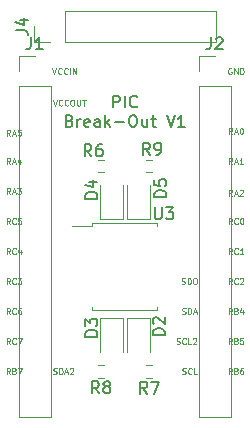
<source format=gbr>
G04 #@! TF.GenerationSoftware,KiCad,Pcbnew,(5.1.10-0-10_14)*
G04 #@! TF.CreationDate,2021-05-24T18:06:32+02:00*
G04 #@! TF.ProjectId,pic-breakout,7069632d-6272-4656-916b-6f75742e6b69,rev?*
G04 #@! TF.SameCoordinates,Original*
G04 #@! TF.FileFunction,Legend,Top*
G04 #@! TF.FilePolarity,Positive*
%FSLAX46Y46*%
G04 Gerber Fmt 4.6, Leading zero omitted, Abs format (unit mm)*
G04 Created by KiCad (PCBNEW (5.1.10-0-10_14)) date 2021-05-24 18:06:32*
%MOMM*%
%LPD*%
G01*
G04 APERTURE LIST*
%ADD10C,0.100000*%
%ADD11C,0.150000*%
%ADD12C,0.120000*%
G04 APERTURE END LIST*
D10*
X196000761Y-141807380D02*
X196072190Y-141831190D01*
X196191238Y-141831190D01*
X196238857Y-141807380D01*
X196262666Y-141783571D01*
X196286476Y-141735952D01*
X196286476Y-141688333D01*
X196262666Y-141640714D01*
X196238857Y-141616904D01*
X196191238Y-141593095D01*
X196096000Y-141569285D01*
X196048380Y-141545476D01*
X196024571Y-141521666D01*
X196000761Y-141474047D01*
X196000761Y-141426428D01*
X196024571Y-141378809D01*
X196048380Y-141355000D01*
X196096000Y-141331190D01*
X196215047Y-141331190D01*
X196286476Y-141355000D01*
X196786476Y-141783571D02*
X196762666Y-141807380D01*
X196691238Y-141831190D01*
X196643619Y-141831190D01*
X196572190Y-141807380D01*
X196524571Y-141759761D01*
X196500761Y-141712142D01*
X196476952Y-141616904D01*
X196476952Y-141545476D01*
X196500761Y-141450238D01*
X196524571Y-141402619D01*
X196572190Y-141355000D01*
X196643619Y-141331190D01*
X196691238Y-141331190D01*
X196762666Y-141355000D01*
X196786476Y-141378809D01*
X197238857Y-141831190D02*
X197000761Y-141831190D01*
X197000761Y-141331190D01*
X200199666Y-141831190D02*
X200033000Y-141593095D01*
X199913952Y-141831190D02*
X199913952Y-141331190D01*
X200104428Y-141331190D01*
X200152047Y-141355000D01*
X200175857Y-141378809D01*
X200199666Y-141426428D01*
X200199666Y-141497857D01*
X200175857Y-141545476D01*
X200152047Y-141569285D01*
X200104428Y-141593095D01*
X199913952Y-141593095D01*
X200580619Y-141569285D02*
X200652047Y-141593095D01*
X200675857Y-141616904D01*
X200699666Y-141664523D01*
X200699666Y-141735952D01*
X200675857Y-141783571D01*
X200652047Y-141807380D01*
X200604428Y-141831190D01*
X200413952Y-141831190D01*
X200413952Y-141331190D01*
X200580619Y-141331190D01*
X200628238Y-141355000D01*
X200652047Y-141378809D01*
X200675857Y-141426428D01*
X200675857Y-141474047D01*
X200652047Y-141521666D01*
X200628238Y-141545476D01*
X200580619Y-141569285D01*
X200413952Y-141569285D01*
X201128238Y-141331190D02*
X201033000Y-141331190D01*
X200985380Y-141355000D01*
X200961571Y-141378809D01*
X200913952Y-141450238D01*
X200890142Y-141545476D01*
X200890142Y-141735952D01*
X200913952Y-141783571D01*
X200937761Y-141807380D01*
X200985380Y-141831190D01*
X201080619Y-141831190D01*
X201128238Y-141807380D01*
X201152047Y-141783571D01*
X201175857Y-141735952D01*
X201175857Y-141616904D01*
X201152047Y-141569285D01*
X201128238Y-141545476D01*
X201080619Y-141521666D01*
X200985380Y-141521666D01*
X200937761Y-141545476D01*
X200913952Y-141569285D01*
X200890142Y-141616904D01*
X195508666Y-139267380D02*
X195580095Y-139291190D01*
X195699142Y-139291190D01*
X195746761Y-139267380D01*
X195770571Y-139243571D01*
X195794380Y-139195952D01*
X195794380Y-139148333D01*
X195770571Y-139100714D01*
X195746761Y-139076904D01*
X195699142Y-139053095D01*
X195603904Y-139029285D01*
X195556285Y-139005476D01*
X195532476Y-138981666D01*
X195508666Y-138934047D01*
X195508666Y-138886428D01*
X195532476Y-138838809D01*
X195556285Y-138815000D01*
X195603904Y-138791190D01*
X195722952Y-138791190D01*
X195794380Y-138815000D01*
X196294380Y-139243571D02*
X196270571Y-139267380D01*
X196199142Y-139291190D01*
X196151523Y-139291190D01*
X196080095Y-139267380D01*
X196032476Y-139219761D01*
X196008666Y-139172142D01*
X195984857Y-139076904D01*
X195984857Y-139005476D01*
X196008666Y-138910238D01*
X196032476Y-138862619D01*
X196080095Y-138815000D01*
X196151523Y-138791190D01*
X196199142Y-138791190D01*
X196270571Y-138815000D01*
X196294380Y-138838809D01*
X196746761Y-139291190D02*
X196508666Y-139291190D01*
X196508666Y-138791190D01*
X196889619Y-138838809D02*
X196913428Y-138815000D01*
X196961047Y-138791190D01*
X197080095Y-138791190D01*
X197127714Y-138815000D01*
X197151523Y-138838809D01*
X197175333Y-138886428D01*
X197175333Y-138934047D01*
X197151523Y-139005476D01*
X196865809Y-139291190D01*
X197175333Y-139291190D01*
X200199666Y-139291190D02*
X200033000Y-139053095D01*
X199913952Y-139291190D02*
X199913952Y-138791190D01*
X200104428Y-138791190D01*
X200152047Y-138815000D01*
X200175857Y-138838809D01*
X200199666Y-138886428D01*
X200199666Y-138957857D01*
X200175857Y-139005476D01*
X200152047Y-139029285D01*
X200104428Y-139053095D01*
X199913952Y-139053095D01*
X200580619Y-139029285D02*
X200652047Y-139053095D01*
X200675857Y-139076904D01*
X200699666Y-139124523D01*
X200699666Y-139195952D01*
X200675857Y-139243571D01*
X200652047Y-139267380D01*
X200604428Y-139291190D01*
X200413952Y-139291190D01*
X200413952Y-138791190D01*
X200580619Y-138791190D01*
X200628238Y-138815000D01*
X200652047Y-138838809D01*
X200675857Y-138886428D01*
X200675857Y-138934047D01*
X200652047Y-138981666D01*
X200628238Y-139005476D01*
X200580619Y-139029285D01*
X200413952Y-139029285D01*
X201152047Y-138791190D02*
X200913952Y-138791190D01*
X200890142Y-139029285D01*
X200913952Y-139005476D01*
X200961571Y-138981666D01*
X201080619Y-138981666D01*
X201128238Y-139005476D01*
X201152047Y-139029285D01*
X201175857Y-139076904D01*
X201175857Y-139195952D01*
X201152047Y-139243571D01*
X201128238Y-139267380D01*
X201080619Y-139291190D01*
X200961571Y-139291190D01*
X200913952Y-139267380D01*
X200890142Y-139243571D01*
X195988857Y-136727380D02*
X196060285Y-136751190D01*
X196179333Y-136751190D01*
X196226952Y-136727380D01*
X196250761Y-136703571D01*
X196274571Y-136655952D01*
X196274571Y-136608333D01*
X196250761Y-136560714D01*
X196226952Y-136536904D01*
X196179333Y-136513095D01*
X196084095Y-136489285D01*
X196036476Y-136465476D01*
X196012666Y-136441666D01*
X195988857Y-136394047D01*
X195988857Y-136346428D01*
X196012666Y-136298809D01*
X196036476Y-136275000D01*
X196084095Y-136251190D01*
X196203142Y-136251190D01*
X196274571Y-136275000D01*
X196488857Y-136751190D02*
X196488857Y-136251190D01*
X196607904Y-136251190D01*
X196679333Y-136275000D01*
X196726952Y-136322619D01*
X196750761Y-136370238D01*
X196774571Y-136465476D01*
X196774571Y-136536904D01*
X196750761Y-136632142D01*
X196726952Y-136679761D01*
X196679333Y-136727380D01*
X196607904Y-136751190D01*
X196488857Y-136751190D01*
X196965047Y-136608333D02*
X197203142Y-136608333D01*
X196917428Y-136751190D02*
X197084095Y-136251190D01*
X197250761Y-136751190D01*
X200199666Y-136751190D02*
X200033000Y-136513095D01*
X199913952Y-136751190D02*
X199913952Y-136251190D01*
X200104428Y-136251190D01*
X200152047Y-136275000D01*
X200175857Y-136298809D01*
X200199666Y-136346428D01*
X200199666Y-136417857D01*
X200175857Y-136465476D01*
X200152047Y-136489285D01*
X200104428Y-136513095D01*
X199913952Y-136513095D01*
X200580619Y-136489285D02*
X200652047Y-136513095D01*
X200675857Y-136536904D01*
X200699666Y-136584523D01*
X200699666Y-136655952D01*
X200675857Y-136703571D01*
X200652047Y-136727380D01*
X200604428Y-136751190D01*
X200413952Y-136751190D01*
X200413952Y-136251190D01*
X200580619Y-136251190D01*
X200628238Y-136275000D01*
X200652047Y-136298809D01*
X200675857Y-136346428D01*
X200675857Y-136394047D01*
X200652047Y-136441666D01*
X200628238Y-136465476D01*
X200580619Y-136489285D01*
X200413952Y-136489285D01*
X201128238Y-136417857D02*
X201128238Y-136751190D01*
X201009190Y-136227380D02*
X200890142Y-136584523D01*
X201199666Y-136584523D01*
X195941238Y-134187380D02*
X196012666Y-134211190D01*
X196131714Y-134211190D01*
X196179333Y-134187380D01*
X196203142Y-134163571D01*
X196226952Y-134115952D01*
X196226952Y-134068333D01*
X196203142Y-134020714D01*
X196179333Y-133996904D01*
X196131714Y-133973095D01*
X196036476Y-133949285D01*
X195988857Y-133925476D01*
X195965047Y-133901666D01*
X195941238Y-133854047D01*
X195941238Y-133806428D01*
X195965047Y-133758809D01*
X195988857Y-133735000D01*
X196036476Y-133711190D01*
X196155523Y-133711190D01*
X196226952Y-133735000D01*
X196441238Y-134211190D02*
X196441238Y-133711190D01*
X196560285Y-133711190D01*
X196631714Y-133735000D01*
X196679333Y-133782619D01*
X196703142Y-133830238D01*
X196726952Y-133925476D01*
X196726952Y-133996904D01*
X196703142Y-134092142D01*
X196679333Y-134139761D01*
X196631714Y-134187380D01*
X196560285Y-134211190D01*
X196441238Y-134211190D01*
X197036476Y-133711190D02*
X197131714Y-133711190D01*
X197179333Y-133735000D01*
X197226952Y-133782619D01*
X197250761Y-133877857D01*
X197250761Y-134044523D01*
X197226952Y-134139761D01*
X197179333Y-134187380D01*
X197131714Y-134211190D01*
X197036476Y-134211190D01*
X196988857Y-134187380D01*
X196941238Y-134139761D01*
X196917428Y-134044523D01*
X196917428Y-133877857D01*
X196941238Y-133782619D01*
X196988857Y-133735000D01*
X197036476Y-133711190D01*
X200199666Y-134211190D02*
X200033000Y-133973095D01*
X199913952Y-134211190D02*
X199913952Y-133711190D01*
X200104428Y-133711190D01*
X200152047Y-133735000D01*
X200175857Y-133758809D01*
X200199666Y-133806428D01*
X200199666Y-133877857D01*
X200175857Y-133925476D01*
X200152047Y-133949285D01*
X200104428Y-133973095D01*
X199913952Y-133973095D01*
X200699666Y-134163571D02*
X200675857Y-134187380D01*
X200604428Y-134211190D01*
X200556809Y-134211190D01*
X200485380Y-134187380D01*
X200437761Y-134139761D01*
X200413952Y-134092142D01*
X200390142Y-133996904D01*
X200390142Y-133925476D01*
X200413952Y-133830238D01*
X200437761Y-133782619D01*
X200485380Y-133735000D01*
X200556809Y-133711190D01*
X200604428Y-133711190D01*
X200675857Y-133735000D01*
X200699666Y-133758809D01*
X200890142Y-133758809D02*
X200913952Y-133735000D01*
X200961571Y-133711190D01*
X201080619Y-133711190D01*
X201128238Y-133735000D01*
X201152047Y-133758809D01*
X201175857Y-133806428D01*
X201175857Y-133854047D01*
X201152047Y-133925476D01*
X200866333Y-134211190D01*
X201175857Y-134211190D01*
X200199666Y-131671190D02*
X200033000Y-131433095D01*
X199913952Y-131671190D02*
X199913952Y-131171190D01*
X200104428Y-131171190D01*
X200152047Y-131195000D01*
X200175857Y-131218809D01*
X200199666Y-131266428D01*
X200199666Y-131337857D01*
X200175857Y-131385476D01*
X200152047Y-131409285D01*
X200104428Y-131433095D01*
X199913952Y-131433095D01*
X200699666Y-131623571D02*
X200675857Y-131647380D01*
X200604428Y-131671190D01*
X200556809Y-131671190D01*
X200485380Y-131647380D01*
X200437761Y-131599761D01*
X200413952Y-131552142D01*
X200390142Y-131456904D01*
X200390142Y-131385476D01*
X200413952Y-131290238D01*
X200437761Y-131242619D01*
X200485380Y-131195000D01*
X200556809Y-131171190D01*
X200604428Y-131171190D01*
X200675857Y-131195000D01*
X200699666Y-131218809D01*
X201175857Y-131671190D02*
X200890142Y-131671190D01*
X201033000Y-131671190D02*
X201033000Y-131171190D01*
X200985380Y-131242619D01*
X200937761Y-131290238D01*
X200890142Y-131314047D01*
X200199666Y-129131190D02*
X200033000Y-128893095D01*
X199913952Y-129131190D02*
X199913952Y-128631190D01*
X200104428Y-128631190D01*
X200152047Y-128655000D01*
X200175857Y-128678809D01*
X200199666Y-128726428D01*
X200199666Y-128797857D01*
X200175857Y-128845476D01*
X200152047Y-128869285D01*
X200104428Y-128893095D01*
X199913952Y-128893095D01*
X200699666Y-129083571D02*
X200675857Y-129107380D01*
X200604428Y-129131190D01*
X200556809Y-129131190D01*
X200485380Y-129107380D01*
X200437761Y-129059761D01*
X200413952Y-129012142D01*
X200390142Y-128916904D01*
X200390142Y-128845476D01*
X200413952Y-128750238D01*
X200437761Y-128702619D01*
X200485380Y-128655000D01*
X200556809Y-128631190D01*
X200604428Y-128631190D01*
X200675857Y-128655000D01*
X200699666Y-128678809D01*
X201009190Y-128631190D02*
X201056809Y-128631190D01*
X201104428Y-128655000D01*
X201128238Y-128678809D01*
X201152047Y-128726428D01*
X201175857Y-128821666D01*
X201175857Y-128940714D01*
X201152047Y-129035952D01*
X201128238Y-129083571D01*
X201104428Y-129107380D01*
X201056809Y-129131190D01*
X201009190Y-129131190D01*
X200961571Y-129107380D01*
X200937761Y-129083571D01*
X200913952Y-129035952D01*
X200890142Y-128940714D01*
X200890142Y-128821666D01*
X200913952Y-128726428D01*
X200937761Y-128678809D01*
X200961571Y-128655000D01*
X201009190Y-128631190D01*
X200235380Y-126718190D02*
X200068714Y-126480095D01*
X199949666Y-126718190D02*
X199949666Y-126218190D01*
X200140142Y-126218190D01*
X200187761Y-126242000D01*
X200211571Y-126265809D01*
X200235380Y-126313428D01*
X200235380Y-126384857D01*
X200211571Y-126432476D01*
X200187761Y-126456285D01*
X200140142Y-126480095D01*
X199949666Y-126480095D01*
X200425857Y-126575333D02*
X200663952Y-126575333D01*
X200378238Y-126718190D02*
X200544904Y-126218190D01*
X200711571Y-126718190D01*
X200854428Y-126265809D02*
X200878238Y-126242000D01*
X200925857Y-126218190D01*
X201044904Y-126218190D01*
X201092523Y-126242000D01*
X201116333Y-126265809D01*
X201140142Y-126313428D01*
X201140142Y-126361047D01*
X201116333Y-126432476D01*
X200830619Y-126718190D01*
X201140142Y-126718190D01*
X200235380Y-124051190D02*
X200068714Y-123813095D01*
X199949666Y-124051190D02*
X199949666Y-123551190D01*
X200140142Y-123551190D01*
X200187761Y-123575000D01*
X200211571Y-123598809D01*
X200235380Y-123646428D01*
X200235380Y-123717857D01*
X200211571Y-123765476D01*
X200187761Y-123789285D01*
X200140142Y-123813095D01*
X199949666Y-123813095D01*
X200425857Y-123908333D02*
X200663952Y-123908333D01*
X200378238Y-124051190D02*
X200544904Y-123551190D01*
X200711571Y-124051190D01*
X201140142Y-124051190D02*
X200854428Y-124051190D01*
X200997285Y-124051190D02*
X200997285Y-123551190D01*
X200949666Y-123622619D01*
X200902047Y-123670238D01*
X200854428Y-123694047D01*
X200235380Y-121511190D02*
X200068714Y-121273095D01*
X199949666Y-121511190D02*
X199949666Y-121011190D01*
X200140142Y-121011190D01*
X200187761Y-121035000D01*
X200211571Y-121058809D01*
X200235380Y-121106428D01*
X200235380Y-121177857D01*
X200211571Y-121225476D01*
X200187761Y-121249285D01*
X200140142Y-121273095D01*
X199949666Y-121273095D01*
X200425857Y-121368333D02*
X200663952Y-121368333D01*
X200378238Y-121511190D02*
X200544904Y-121011190D01*
X200711571Y-121511190D01*
X200973476Y-121011190D02*
X201021095Y-121011190D01*
X201068714Y-121035000D01*
X201092523Y-121058809D01*
X201116333Y-121106428D01*
X201140142Y-121201666D01*
X201140142Y-121320714D01*
X201116333Y-121415952D01*
X201092523Y-121463571D01*
X201068714Y-121487380D01*
X201021095Y-121511190D01*
X200973476Y-121511190D01*
X200925857Y-121487380D01*
X200902047Y-121463571D01*
X200878238Y-121415952D01*
X200854428Y-121320714D01*
X200854428Y-121201666D01*
X200878238Y-121106428D01*
X200902047Y-121058809D01*
X200925857Y-121035000D01*
X200973476Y-121011190D01*
X200152047Y-115955000D02*
X200104428Y-115931190D01*
X200033000Y-115931190D01*
X199961571Y-115955000D01*
X199913952Y-116002619D01*
X199890142Y-116050238D01*
X199866333Y-116145476D01*
X199866333Y-116216904D01*
X199890142Y-116312142D01*
X199913952Y-116359761D01*
X199961571Y-116407380D01*
X200033000Y-116431190D01*
X200080619Y-116431190D01*
X200152047Y-116407380D01*
X200175857Y-116383571D01*
X200175857Y-116216904D01*
X200080619Y-116216904D01*
X200390142Y-116431190D02*
X200390142Y-115931190D01*
X200675857Y-116431190D01*
X200675857Y-115931190D01*
X200913952Y-116431190D02*
X200913952Y-115931190D01*
X201033000Y-115931190D01*
X201104428Y-115955000D01*
X201152047Y-116002619D01*
X201175857Y-116050238D01*
X201199666Y-116145476D01*
X201199666Y-116216904D01*
X201175857Y-116312142D01*
X201152047Y-116359761D01*
X201104428Y-116407380D01*
X201033000Y-116431190D01*
X200913952Y-116431190D01*
X185082761Y-141807380D02*
X185154190Y-141831190D01*
X185273238Y-141831190D01*
X185320857Y-141807380D01*
X185344666Y-141783571D01*
X185368476Y-141735952D01*
X185368476Y-141688333D01*
X185344666Y-141640714D01*
X185320857Y-141616904D01*
X185273238Y-141593095D01*
X185178000Y-141569285D01*
X185130380Y-141545476D01*
X185106571Y-141521666D01*
X185082761Y-141474047D01*
X185082761Y-141426428D01*
X185106571Y-141378809D01*
X185130380Y-141355000D01*
X185178000Y-141331190D01*
X185297047Y-141331190D01*
X185368476Y-141355000D01*
X185582761Y-141831190D02*
X185582761Y-141331190D01*
X185701809Y-141331190D01*
X185773238Y-141355000D01*
X185820857Y-141402619D01*
X185844666Y-141450238D01*
X185868476Y-141545476D01*
X185868476Y-141616904D01*
X185844666Y-141712142D01*
X185820857Y-141759761D01*
X185773238Y-141807380D01*
X185701809Y-141831190D01*
X185582761Y-141831190D01*
X186058952Y-141688333D02*
X186297047Y-141688333D01*
X186011333Y-141831190D02*
X186178000Y-141331190D01*
X186344666Y-141831190D01*
X186487523Y-141378809D02*
X186511333Y-141355000D01*
X186558952Y-141331190D01*
X186678000Y-141331190D01*
X186725619Y-141355000D01*
X186749428Y-141378809D01*
X186773238Y-141426428D01*
X186773238Y-141474047D01*
X186749428Y-141545476D01*
X186463714Y-141831190D01*
X186773238Y-141831190D01*
X181403666Y-141831190D02*
X181237000Y-141593095D01*
X181117952Y-141831190D02*
X181117952Y-141331190D01*
X181308428Y-141331190D01*
X181356047Y-141355000D01*
X181379857Y-141378809D01*
X181403666Y-141426428D01*
X181403666Y-141497857D01*
X181379857Y-141545476D01*
X181356047Y-141569285D01*
X181308428Y-141593095D01*
X181117952Y-141593095D01*
X181784619Y-141569285D02*
X181856047Y-141593095D01*
X181879857Y-141616904D01*
X181903666Y-141664523D01*
X181903666Y-141735952D01*
X181879857Y-141783571D01*
X181856047Y-141807380D01*
X181808428Y-141831190D01*
X181617952Y-141831190D01*
X181617952Y-141331190D01*
X181784619Y-141331190D01*
X181832238Y-141355000D01*
X181856047Y-141378809D01*
X181879857Y-141426428D01*
X181879857Y-141474047D01*
X181856047Y-141521666D01*
X181832238Y-141545476D01*
X181784619Y-141569285D01*
X181617952Y-141569285D01*
X182070333Y-141331190D02*
X182403666Y-141331190D01*
X182189380Y-141831190D01*
X181403666Y-139291190D02*
X181237000Y-139053095D01*
X181117952Y-139291190D02*
X181117952Y-138791190D01*
X181308428Y-138791190D01*
X181356047Y-138815000D01*
X181379857Y-138838809D01*
X181403666Y-138886428D01*
X181403666Y-138957857D01*
X181379857Y-139005476D01*
X181356047Y-139029285D01*
X181308428Y-139053095D01*
X181117952Y-139053095D01*
X181903666Y-139243571D02*
X181879857Y-139267380D01*
X181808428Y-139291190D01*
X181760809Y-139291190D01*
X181689380Y-139267380D01*
X181641761Y-139219761D01*
X181617952Y-139172142D01*
X181594142Y-139076904D01*
X181594142Y-139005476D01*
X181617952Y-138910238D01*
X181641761Y-138862619D01*
X181689380Y-138815000D01*
X181760809Y-138791190D01*
X181808428Y-138791190D01*
X181879857Y-138815000D01*
X181903666Y-138838809D01*
X182070333Y-138791190D02*
X182403666Y-138791190D01*
X182189380Y-139291190D01*
X181403666Y-136751190D02*
X181237000Y-136513095D01*
X181117952Y-136751190D02*
X181117952Y-136251190D01*
X181308428Y-136251190D01*
X181356047Y-136275000D01*
X181379857Y-136298809D01*
X181403666Y-136346428D01*
X181403666Y-136417857D01*
X181379857Y-136465476D01*
X181356047Y-136489285D01*
X181308428Y-136513095D01*
X181117952Y-136513095D01*
X181903666Y-136703571D02*
X181879857Y-136727380D01*
X181808428Y-136751190D01*
X181760809Y-136751190D01*
X181689380Y-136727380D01*
X181641761Y-136679761D01*
X181617952Y-136632142D01*
X181594142Y-136536904D01*
X181594142Y-136465476D01*
X181617952Y-136370238D01*
X181641761Y-136322619D01*
X181689380Y-136275000D01*
X181760809Y-136251190D01*
X181808428Y-136251190D01*
X181879857Y-136275000D01*
X181903666Y-136298809D01*
X182332238Y-136251190D02*
X182237000Y-136251190D01*
X182189380Y-136275000D01*
X182165571Y-136298809D01*
X182117952Y-136370238D01*
X182094142Y-136465476D01*
X182094142Y-136655952D01*
X182117952Y-136703571D01*
X182141761Y-136727380D01*
X182189380Y-136751190D01*
X182284619Y-136751190D01*
X182332238Y-136727380D01*
X182356047Y-136703571D01*
X182379857Y-136655952D01*
X182379857Y-136536904D01*
X182356047Y-136489285D01*
X182332238Y-136465476D01*
X182284619Y-136441666D01*
X182189380Y-136441666D01*
X182141761Y-136465476D01*
X182117952Y-136489285D01*
X182094142Y-136536904D01*
X181403666Y-134211190D02*
X181237000Y-133973095D01*
X181117952Y-134211190D02*
X181117952Y-133711190D01*
X181308428Y-133711190D01*
X181356047Y-133735000D01*
X181379857Y-133758809D01*
X181403666Y-133806428D01*
X181403666Y-133877857D01*
X181379857Y-133925476D01*
X181356047Y-133949285D01*
X181308428Y-133973095D01*
X181117952Y-133973095D01*
X181903666Y-134163571D02*
X181879857Y-134187380D01*
X181808428Y-134211190D01*
X181760809Y-134211190D01*
X181689380Y-134187380D01*
X181641761Y-134139761D01*
X181617952Y-134092142D01*
X181594142Y-133996904D01*
X181594142Y-133925476D01*
X181617952Y-133830238D01*
X181641761Y-133782619D01*
X181689380Y-133735000D01*
X181760809Y-133711190D01*
X181808428Y-133711190D01*
X181879857Y-133735000D01*
X181903666Y-133758809D01*
X182070333Y-133711190D02*
X182379857Y-133711190D01*
X182213190Y-133901666D01*
X182284619Y-133901666D01*
X182332238Y-133925476D01*
X182356047Y-133949285D01*
X182379857Y-133996904D01*
X182379857Y-134115952D01*
X182356047Y-134163571D01*
X182332238Y-134187380D01*
X182284619Y-134211190D01*
X182141761Y-134211190D01*
X182094142Y-134187380D01*
X182070333Y-134163571D01*
X181403666Y-131671190D02*
X181237000Y-131433095D01*
X181117952Y-131671190D02*
X181117952Y-131171190D01*
X181308428Y-131171190D01*
X181356047Y-131195000D01*
X181379857Y-131218809D01*
X181403666Y-131266428D01*
X181403666Y-131337857D01*
X181379857Y-131385476D01*
X181356047Y-131409285D01*
X181308428Y-131433095D01*
X181117952Y-131433095D01*
X181903666Y-131623571D02*
X181879857Y-131647380D01*
X181808428Y-131671190D01*
X181760809Y-131671190D01*
X181689380Y-131647380D01*
X181641761Y-131599761D01*
X181617952Y-131552142D01*
X181594142Y-131456904D01*
X181594142Y-131385476D01*
X181617952Y-131290238D01*
X181641761Y-131242619D01*
X181689380Y-131195000D01*
X181760809Y-131171190D01*
X181808428Y-131171190D01*
X181879857Y-131195000D01*
X181903666Y-131218809D01*
X182332238Y-131337857D02*
X182332238Y-131671190D01*
X182213190Y-131147380D02*
X182094142Y-131504523D01*
X182403666Y-131504523D01*
X181403666Y-129131190D02*
X181237000Y-128893095D01*
X181117952Y-129131190D02*
X181117952Y-128631190D01*
X181308428Y-128631190D01*
X181356047Y-128655000D01*
X181379857Y-128678809D01*
X181403666Y-128726428D01*
X181403666Y-128797857D01*
X181379857Y-128845476D01*
X181356047Y-128869285D01*
X181308428Y-128893095D01*
X181117952Y-128893095D01*
X181903666Y-129083571D02*
X181879857Y-129107380D01*
X181808428Y-129131190D01*
X181760809Y-129131190D01*
X181689380Y-129107380D01*
X181641761Y-129059761D01*
X181617952Y-129012142D01*
X181594142Y-128916904D01*
X181594142Y-128845476D01*
X181617952Y-128750238D01*
X181641761Y-128702619D01*
X181689380Y-128655000D01*
X181760809Y-128631190D01*
X181808428Y-128631190D01*
X181879857Y-128655000D01*
X181903666Y-128678809D01*
X182356047Y-128631190D02*
X182117952Y-128631190D01*
X182094142Y-128869285D01*
X182117952Y-128845476D01*
X182165571Y-128821666D01*
X182284619Y-128821666D01*
X182332238Y-128845476D01*
X182356047Y-128869285D01*
X182379857Y-128916904D01*
X182379857Y-129035952D01*
X182356047Y-129083571D01*
X182332238Y-129107380D01*
X182284619Y-129131190D01*
X182165571Y-129131190D01*
X182117952Y-129107380D01*
X182094142Y-129083571D01*
X181439380Y-126591190D02*
X181272714Y-126353095D01*
X181153666Y-126591190D02*
X181153666Y-126091190D01*
X181344142Y-126091190D01*
X181391761Y-126115000D01*
X181415571Y-126138809D01*
X181439380Y-126186428D01*
X181439380Y-126257857D01*
X181415571Y-126305476D01*
X181391761Y-126329285D01*
X181344142Y-126353095D01*
X181153666Y-126353095D01*
X181629857Y-126448333D02*
X181867952Y-126448333D01*
X181582238Y-126591190D02*
X181748904Y-126091190D01*
X181915571Y-126591190D01*
X182034619Y-126091190D02*
X182344142Y-126091190D01*
X182177476Y-126281666D01*
X182248904Y-126281666D01*
X182296523Y-126305476D01*
X182320333Y-126329285D01*
X182344142Y-126376904D01*
X182344142Y-126495952D01*
X182320333Y-126543571D01*
X182296523Y-126567380D01*
X182248904Y-126591190D01*
X182106047Y-126591190D01*
X182058428Y-126567380D01*
X182034619Y-126543571D01*
X181439380Y-124051190D02*
X181272714Y-123813095D01*
X181153666Y-124051190D02*
X181153666Y-123551190D01*
X181344142Y-123551190D01*
X181391761Y-123575000D01*
X181415571Y-123598809D01*
X181439380Y-123646428D01*
X181439380Y-123717857D01*
X181415571Y-123765476D01*
X181391761Y-123789285D01*
X181344142Y-123813095D01*
X181153666Y-123813095D01*
X181629857Y-123908333D02*
X181867952Y-123908333D01*
X181582238Y-124051190D02*
X181748904Y-123551190D01*
X181915571Y-124051190D01*
X182296523Y-123717857D02*
X182296523Y-124051190D01*
X182177476Y-123527380D02*
X182058428Y-123884523D01*
X182367952Y-123884523D01*
X181439380Y-121638190D02*
X181272714Y-121400095D01*
X181153666Y-121638190D02*
X181153666Y-121138190D01*
X181344142Y-121138190D01*
X181391761Y-121162000D01*
X181415571Y-121185809D01*
X181439380Y-121233428D01*
X181439380Y-121304857D01*
X181415571Y-121352476D01*
X181391761Y-121376285D01*
X181344142Y-121400095D01*
X181153666Y-121400095D01*
X181629857Y-121495333D02*
X181867952Y-121495333D01*
X181582238Y-121638190D02*
X181748904Y-121138190D01*
X181915571Y-121638190D01*
X182320333Y-121138190D02*
X182082238Y-121138190D01*
X182058428Y-121376285D01*
X182082238Y-121352476D01*
X182129857Y-121328666D01*
X182248904Y-121328666D01*
X182296523Y-121352476D01*
X182320333Y-121376285D01*
X182344142Y-121423904D01*
X182344142Y-121542952D01*
X182320333Y-121590571D01*
X182296523Y-121614380D01*
X182248904Y-121638190D01*
X182129857Y-121638190D01*
X182082238Y-121614380D01*
X182058428Y-121590571D01*
X185055047Y-118598190D02*
X185221714Y-119098190D01*
X185388380Y-118598190D01*
X185840761Y-119050571D02*
X185816952Y-119074380D01*
X185745523Y-119098190D01*
X185697904Y-119098190D01*
X185626476Y-119074380D01*
X185578857Y-119026761D01*
X185555047Y-118979142D01*
X185531238Y-118883904D01*
X185531238Y-118812476D01*
X185555047Y-118717238D01*
X185578857Y-118669619D01*
X185626476Y-118622000D01*
X185697904Y-118598190D01*
X185745523Y-118598190D01*
X185816952Y-118622000D01*
X185840761Y-118645809D01*
X186340761Y-119050571D02*
X186316952Y-119074380D01*
X186245523Y-119098190D01*
X186197904Y-119098190D01*
X186126476Y-119074380D01*
X186078857Y-119026761D01*
X186055047Y-118979142D01*
X186031238Y-118883904D01*
X186031238Y-118812476D01*
X186055047Y-118717238D01*
X186078857Y-118669619D01*
X186126476Y-118622000D01*
X186197904Y-118598190D01*
X186245523Y-118598190D01*
X186316952Y-118622000D01*
X186340761Y-118645809D01*
X186650285Y-118598190D02*
X186745523Y-118598190D01*
X186793142Y-118622000D01*
X186840761Y-118669619D01*
X186864571Y-118764857D01*
X186864571Y-118931523D01*
X186840761Y-119026761D01*
X186793142Y-119074380D01*
X186745523Y-119098190D01*
X186650285Y-119098190D01*
X186602666Y-119074380D01*
X186555047Y-119026761D01*
X186531238Y-118931523D01*
X186531238Y-118764857D01*
X186555047Y-118669619D01*
X186602666Y-118622000D01*
X186650285Y-118598190D01*
X187078857Y-118598190D02*
X187078857Y-119002952D01*
X187102666Y-119050571D01*
X187126476Y-119074380D01*
X187174095Y-119098190D01*
X187269333Y-119098190D01*
X187316952Y-119074380D01*
X187340761Y-119050571D01*
X187364571Y-119002952D01*
X187364571Y-118598190D01*
X187531238Y-118598190D02*
X187816952Y-118598190D01*
X187674095Y-119098190D02*
X187674095Y-118598190D01*
X185007380Y-115931190D02*
X185174047Y-116431190D01*
X185340714Y-115931190D01*
X185793095Y-116383571D02*
X185769285Y-116407380D01*
X185697857Y-116431190D01*
X185650238Y-116431190D01*
X185578809Y-116407380D01*
X185531190Y-116359761D01*
X185507380Y-116312142D01*
X185483571Y-116216904D01*
X185483571Y-116145476D01*
X185507380Y-116050238D01*
X185531190Y-116002619D01*
X185578809Y-115955000D01*
X185650238Y-115931190D01*
X185697857Y-115931190D01*
X185769285Y-115955000D01*
X185793095Y-115978809D01*
X186293095Y-116383571D02*
X186269285Y-116407380D01*
X186197857Y-116431190D01*
X186150238Y-116431190D01*
X186078809Y-116407380D01*
X186031190Y-116359761D01*
X186007380Y-116312142D01*
X185983571Y-116216904D01*
X185983571Y-116145476D01*
X186007380Y-116050238D01*
X186031190Y-116002619D01*
X186078809Y-115955000D01*
X186150238Y-115931190D01*
X186197857Y-115931190D01*
X186269285Y-115955000D01*
X186293095Y-115978809D01*
X186507380Y-116431190D02*
X186507380Y-115931190D01*
X186745476Y-116431190D02*
X186745476Y-115931190D01*
X187031190Y-116431190D01*
X187031190Y-115931190D01*
D11*
X190135000Y-119261380D02*
X190135000Y-118261380D01*
X190515952Y-118261380D01*
X190611190Y-118309000D01*
X190658809Y-118356619D01*
X190706428Y-118451857D01*
X190706428Y-118594714D01*
X190658809Y-118689952D01*
X190611190Y-118737571D01*
X190515952Y-118785190D01*
X190135000Y-118785190D01*
X191135000Y-119261380D02*
X191135000Y-118261380D01*
X192182619Y-119166142D02*
X192135000Y-119213761D01*
X191992142Y-119261380D01*
X191896904Y-119261380D01*
X191754047Y-119213761D01*
X191658809Y-119118523D01*
X191611190Y-119023285D01*
X191563571Y-118832809D01*
X191563571Y-118689952D01*
X191611190Y-118499476D01*
X191658809Y-118404238D01*
X191754047Y-118309000D01*
X191896904Y-118261380D01*
X191992142Y-118261380D01*
X192135000Y-118309000D01*
X192182619Y-118356619D01*
X186444523Y-120387571D02*
X186587380Y-120435190D01*
X186635000Y-120482809D01*
X186682619Y-120578047D01*
X186682619Y-120720904D01*
X186635000Y-120816142D01*
X186587380Y-120863761D01*
X186492142Y-120911380D01*
X186111190Y-120911380D01*
X186111190Y-119911380D01*
X186444523Y-119911380D01*
X186539761Y-119959000D01*
X186587380Y-120006619D01*
X186635000Y-120101857D01*
X186635000Y-120197095D01*
X186587380Y-120292333D01*
X186539761Y-120339952D01*
X186444523Y-120387571D01*
X186111190Y-120387571D01*
X187111190Y-120911380D02*
X187111190Y-120244714D01*
X187111190Y-120435190D02*
X187158809Y-120339952D01*
X187206428Y-120292333D01*
X187301666Y-120244714D01*
X187396904Y-120244714D01*
X188111190Y-120863761D02*
X188015952Y-120911380D01*
X187825476Y-120911380D01*
X187730238Y-120863761D01*
X187682619Y-120768523D01*
X187682619Y-120387571D01*
X187730238Y-120292333D01*
X187825476Y-120244714D01*
X188015952Y-120244714D01*
X188111190Y-120292333D01*
X188158809Y-120387571D01*
X188158809Y-120482809D01*
X187682619Y-120578047D01*
X189015952Y-120911380D02*
X189015952Y-120387571D01*
X188968333Y-120292333D01*
X188873095Y-120244714D01*
X188682619Y-120244714D01*
X188587380Y-120292333D01*
X189015952Y-120863761D02*
X188920714Y-120911380D01*
X188682619Y-120911380D01*
X188587380Y-120863761D01*
X188539761Y-120768523D01*
X188539761Y-120673285D01*
X188587380Y-120578047D01*
X188682619Y-120530428D01*
X188920714Y-120530428D01*
X189015952Y-120482809D01*
X189492142Y-120911380D02*
X189492142Y-119911380D01*
X189587380Y-120530428D02*
X189873095Y-120911380D01*
X189873095Y-120244714D02*
X189492142Y-120625666D01*
X190301666Y-120530428D02*
X191063571Y-120530428D01*
X191730238Y-119911380D02*
X191920714Y-119911380D01*
X192015952Y-119959000D01*
X192111190Y-120054238D01*
X192158809Y-120244714D01*
X192158809Y-120578047D01*
X192111190Y-120768523D01*
X192015952Y-120863761D01*
X191920714Y-120911380D01*
X191730238Y-120911380D01*
X191635000Y-120863761D01*
X191539761Y-120768523D01*
X191492142Y-120578047D01*
X191492142Y-120244714D01*
X191539761Y-120054238D01*
X191635000Y-119959000D01*
X191730238Y-119911380D01*
X193015952Y-120244714D02*
X193015952Y-120911380D01*
X192587380Y-120244714D02*
X192587380Y-120768523D01*
X192635000Y-120863761D01*
X192730238Y-120911380D01*
X192873095Y-120911380D01*
X192968333Y-120863761D01*
X193015952Y-120816142D01*
X193349285Y-120244714D02*
X193730238Y-120244714D01*
X193492142Y-119911380D02*
X193492142Y-120768523D01*
X193539761Y-120863761D01*
X193635000Y-120911380D01*
X193730238Y-120911380D01*
X194682619Y-119911380D02*
X195015952Y-120911380D01*
X195349285Y-119911380D01*
X196206428Y-120911380D02*
X195634999Y-120911380D01*
X195920714Y-120911380D02*
X195920714Y-119911380D01*
X195825476Y-120054238D01*
X195730238Y-120149476D01*
X195634999Y-120197095D01*
D12*
X197425000Y-114875000D02*
X198755000Y-114875000D01*
X197425000Y-116205000D02*
X197425000Y-114875000D01*
X197425000Y-117475000D02*
X200085000Y-117475000D01*
X200085000Y-117475000D02*
X200085000Y-145475000D01*
X197425000Y-117475000D02*
X197425000Y-145475000D01*
X197425000Y-145475000D02*
X200085000Y-145475000D01*
X182185000Y-114875000D02*
X183515000Y-114875000D01*
X182185000Y-116205000D02*
X182185000Y-114875000D01*
X182185000Y-117475000D02*
X184845000Y-117475000D01*
X184845000Y-117475000D02*
X184845000Y-145475000D01*
X182185000Y-117475000D02*
X182185000Y-145475000D01*
X182185000Y-145475000D02*
X184845000Y-145475000D01*
X193445224Y-124728500D02*
X192935776Y-124728500D01*
X193445224Y-123683500D02*
X192935776Y-123683500D01*
X188848276Y-123683500D02*
X189357724Y-123683500D01*
X188848276Y-124728500D02*
X189357724Y-124728500D01*
X191318000Y-125864000D02*
X191318000Y-128724000D01*
X191318000Y-128724000D02*
X193238000Y-128724000D01*
X193238000Y-128724000D02*
X193238000Y-125864000D01*
X189032000Y-125864000D02*
X189032000Y-128724000D01*
X189032000Y-128724000D02*
X190952000Y-128724000D01*
X190952000Y-128724000D02*
X190952000Y-125864000D01*
X188375000Y-129280000D02*
X186685000Y-129280000D01*
X188375000Y-129005000D02*
X188375000Y-129280000D01*
X191135000Y-129005000D02*
X188375000Y-129005000D01*
X193895000Y-129005000D02*
X193895000Y-129280000D01*
X191135000Y-129005000D02*
X193895000Y-129005000D01*
X188375000Y-136425000D02*
X188375000Y-136150000D01*
X191135000Y-136425000D02*
X188375000Y-136425000D01*
X193895000Y-136425000D02*
X193895000Y-136150000D01*
X191135000Y-136425000D02*
X193895000Y-136425000D01*
X188824776Y-142127500D02*
X189334224Y-142127500D01*
X188824776Y-141082500D02*
X189334224Y-141082500D01*
X193445224Y-141082500D02*
X192935776Y-141082500D01*
X193445224Y-142127500D02*
X192935776Y-142127500D01*
X183455000Y-113725000D02*
X183455000Y-112395000D01*
X184785000Y-113725000D02*
X183455000Y-113725000D01*
X186055000Y-113725000D02*
X186055000Y-111065000D01*
X186055000Y-111065000D02*
X198815000Y-111065000D01*
X186055000Y-113725000D02*
X198815000Y-113725000D01*
X198815000Y-113725000D02*
X198815000Y-111065000D01*
X189032000Y-137087000D02*
X189032000Y-139947000D01*
X190952000Y-137087000D02*
X189032000Y-137087000D01*
X190952000Y-139947000D02*
X190952000Y-137087000D01*
X191318000Y-137087000D02*
X191318000Y-139947000D01*
X193238000Y-137087000D02*
X191318000Y-137087000D01*
X193238000Y-139947000D02*
X193238000Y-137087000D01*
D11*
X198421666Y-113327380D02*
X198421666Y-114041666D01*
X198374047Y-114184523D01*
X198278809Y-114279761D01*
X198135952Y-114327380D01*
X198040714Y-114327380D01*
X198850238Y-113422619D02*
X198897857Y-113375000D01*
X198993095Y-113327380D01*
X199231190Y-113327380D01*
X199326428Y-113375000D01*
X199374047Y-113422619D01*
X199421666Y-113517857D01*
X199421666Y-113613095D01*
X199374047Y-113755952D01*
X198802619Y-114327380D01*
X199421666Y-114327380D01*
X183181666Y-113327380D02*
X183181666Y-114041666D01*
X183134047Y-114184523D01*
X183038809Y-114279761D01*
X182895952Y-114327380D01*
X182800714Y-114327380D01*
X184181666Y-114327380D02*
X183610238Y-114327380D01*
X183895952Y-114327380D02*
X183895952Y-113327380D01*
X183800714Y-113470238D01*
X183705476Y-113565476D01*
X183610238Y-113613095D01*
X193254333Y-123261380D02*
X192921000Y-122785190D01*
X192682904Y-123261380D02*
X192682904Y-122261380D01*
X193063857Y-122261380D01*
X193159095Y-122309000D01*
X193206714Y-122356619D01*
X193254333Y-122451857D01*
X193254333Y-122594714D01*
X193206714Y-122689952D01*
X193159095Y-122737571D01*
X193063857Y-122785190D01*
X192682904Y-122785190D01*
X193730523Y-123261380D02*
X193921000Y-123261380D01*
X194016238Y-123213761D01*
X194063857Y-123166142D01*
X194159095Y-123023285D01*
X194206714Y-122832809D01*
X194206714Y-122451857D01*
X194159095Y-122356619D01*
X194111476Y-122309000D01*
X194016238Y-122261380D01*
X193825761Y-122261380D01*
X193730523Y-122309000D01*
X193682904Y-122356619D01*
X193635285Y-122451857D01*
X193635285Y-122689952D01*
X193682904Y-122785190D01*
X193730523Y-122832809D01*
X193825761Y-122880428D01*
X194016238Y-122880428D01*
X194111476Y-122832809D01*
X194159095Y-122785190D01*
X194206714Y-122689952D01*
X188301333Y-123388380D02*
X187968000Y-122912190D01*
X187729904Y-123388380D02*
X187729904Y-122388380D01*
X188110857Y-122388380D01*
X188206095Y-122436000D01*
X188253714Y-122483619D01*
X188301333Y-122578857D01*
X188301333Y-122721714D01*
X188253714Y-122816952D01*
X188206095Y-122864571D01*
X188110857Y-122912190D01*
X187729904Y-122912190D01*
X189158476Y-122388380D02*
X188968000Y-122388380D01*
X188872761Y-122436000D01*
X188825142Y-122483619D01*
X188729904Y-122626476D01*
X188682285Y-122816952D01*
X188682285Y-123197904D01*
X188729904Y-123293142D01*
X188777523Y-123340761D01*
X188872761Y-123388380D01*
X189063238Y-123388380D01*
X189158476Y-123340761D01*
X189206095Y-123293142D01*
X189253714Y-123197904D01*
X189253714Y-122959809D01*
X189206095Y-122864571D01*
X189158476Y-122816952D01*
X189063238Y-122769333D01*
X188872761Y-122769333D01*
X188777523Y-122816952D01*
X188729904Y-122864571D01*
X188682285Y-122959809D01*
X194635380Y-126849095D02*
X193635380Y-126849095D01*
X193635380Y-126611000D01*
X193683000Y-126468142D01*
X193778238Y-126372904D01*
X193873476Y-126325285D01*
X194063952Y-126277666D01*
X194206809Y-126277666D01*
X194397285Y-126325285D01*
X194492523Y-126372904D01*
X194587761Y-126468142D01*
X194635380Y-126611000D01*
X194635380Y-126849095D01*
X193635380Y-125372904D02*
X193635380Y-125849095D01*
X194111571Y-125896714D01*
X194063952Y-125849095D01*
X194016333Y-125753857D01*
X194016333Y-125515761D01*
X194063952Y-125420523D01*
X194111571Y-125372904D01*
X194206809Y-125325285D01*
X194444904Y-125325285D01*
X194540142Y-125372904D01*
X194587761Y-125420523D01*
X194635380Y-125515761D01*
X194635380Y-125753857D01*
X194587761Y-125849095D01*
X194540142Y-125896714D01*
X188793380Y-126976095D02*
X187793380Y-126976095D01*
X187793380Y-126738000D01*
X187841000Y-126595142D01*
X187936238Y-126499904D01*
X188031476Y-126452285D01*
X188221952Y-126404666D01*
X188364809Y-126404666D01*
X188555285Y-126452285D01*
X188650523Y-126499904D01*
X188745761Y-126595142D01*
X188793380Y-126738000D01*
X188793380Y-126976095D01*
X188126714Y-125547523D02*
X188793380Y-125547523D01*
X187745761Y-125785619D02*
X188460047Y-126023714D01*
X188460047Y-125404666D01*
X193675095Y-127722380D02*
X193675095Y-128531904D01*
X193722714Y-128627142D01*
X193770333Y-128674761D01*
X193865571Y-128722380D01*
X194056047Y-128722380D01*
X194151285Y-128674761D01*
X194198904Y-128627142D01*
X194246523Y-128531904D01*
X194246523Y-127722380D01*
X194627476Y-127722380D02*
X195246523Y-127722380D01*
X194913190Y-128103333D01*
X195056047Y-128103333D01*
X195151285Y-128150952D01*
X195198904Y-128198571D01*
X195246523Y-128293809D01*
X195246523Y-128531904D01*
X195198904Y-128627142D01*
X195151285Y-128674761D01*
X195056047Y-128722380D01*
X194770333Y-128722380D01*
X194675095Y-128674761D01*
X194627476Y-128627142D01*
X188936333Y-143454380D02*
X188603000Y-142978190D01*
X188364904Y-143454380D02*
X188364904Y-142454380D01*
X188745857Y-142454380D01*
X188841095Y-142502000D01*
X188888714Y-142549619D01*
X188936333Y-142644857D01*
X188936333Y-142787714D01*
X188888714Y-142882952D01*
X188841095Y-142930571D01*
X188745857Y-142978190D01*
X188364904Y-142978190D01*
X189507761Y-142882952D02*
X189412523Y-142835333D01*
X189364904Y-142787714D01*
X189317285Y-142692476D01*
X189317285Y-142644857D01*
X189364904Y-142549619D01*
X189412523Y-142502000D01*
X189507761Y-142454380D01*
X189698238Y-142454380D01*
X189793476Y-142502000D01*
X189841095Y-142549619D01*
X189888714Y-142644857D01*
X189888714Y-142692476D01*
X189841095Y-142787714D01*
X189793476Y-142835333D01*
X189698238Y-142882952D01*
X189507761Y-142882952D01*
X189412523Y-142930571D01*
X189364904Y-142978190D01*
X189317285Y-143073428D01*
X189317285Y-143263904D01*
X189364904Y-143359142D01*
X189412523Y-143406761D01*
X189507761Y-143454380D01*
X189698238Y-143454380D01*
X189793476Y-143406761D01*
X189841095Y-143359142D01*
X189888714Y-143263904D01*
X189888714Y-143073428D01*
X189841095Y-142978190D01*
X189793476Y-142930571D01*
X189698238Y-142882952D01*
X193023833Y-143487380D02*
X192690500Y-143011190D01*
X192452404Y-143487380D02*
X192452404Y-142487380D01*
X192833357Y-142487380D01*
X192928595Y-142535000D01*
X192976214Y-142582619D01*
X193023833Y-142677857D01*
X193023833Y-142820714D01*
X192976214Y-142915952D01*
X192928595Y-142963571D01*
X192833357Y-143011190D01*
X192452404Y-143011190D01*
X193357166Y-142487380D02*
X194023833Y-142487380D01*
X193595261Y-143487380D01*
X181907380Y-112728333D02*
X182621666Y-112728333D01*
X182764523Y-112775952D01*
X182859761Y-112871190D01*
X182907380Y-113014047D01*
X182907380Y-113109285D01*
X182240714Y-111823571D02*
X182907380Y-111823571D01*
X181859761Y-112061666D02*
X182574047Y-112299761D01*
X182574047Y-111680714D01*
X188793380Y-138660095D02*
X187793380Y-138660095D01*
X187793380Y-138422000D01*
X187841000Y-138279142D01*
X187936238Y-138183904D01*
X188031476Y-138136285D01*
X188221952Y-138088666D01*
X188364809Y-138088666D01*
X188555285Y-138136285D01*
X188650523Y-138183904D01*
X188745761Y-138279142D01*
X188793380Y-138422000D01*
X188793380Y-138660095D01*
X187793380Y-137755333D02*
X187793380Y-137136285D01*
X188174333Y-137469619D01*
X188174333Y-137326761D01*
X188221952Y-137231523D01*
X188269571Y-137183904D01*
X188364809Y-137136285D01*
X188602904Y-137136285D01*
X188698142Y-137183904D01*
X188745761Y-137231523D01*
X188793380Y-137326761D01*
X188793380Y-137612476D01*
X188745761Y-137707714D01*
X188698142Y-137755333D01*
X194508380Y-138533095D02*
X193508380Y-138533095D01*
X193508380Y-138295000D01*
X193556000Y-138152142D01*
X193651238Y-138056904D01*
X193746476Y-138009285D01*
X193936952Y-137961666D01*
X194079809Y-137961666D01*
X194270285Y-138009285D01*
X194365523Y-138056904D01*
X194460761Y-138152142D01*
X194508380Y-138295000D01*
X194508380Y-138533095D01*
X193603619Y-137580714D02*
X193556000Y-137533095D01*
X193508380Y-137437857D01*
X193508380Y-137199761D01*
X193556000Y-137104523D01*
X193603619Y-137056904D01*
X193698857Y-137009285D01*
X193794095Y-137009285D01*
X193936952Y-137056904D01*
X194508380Y-137628333D01*
X194508380Y-137009285D01*
M02*

</source>
